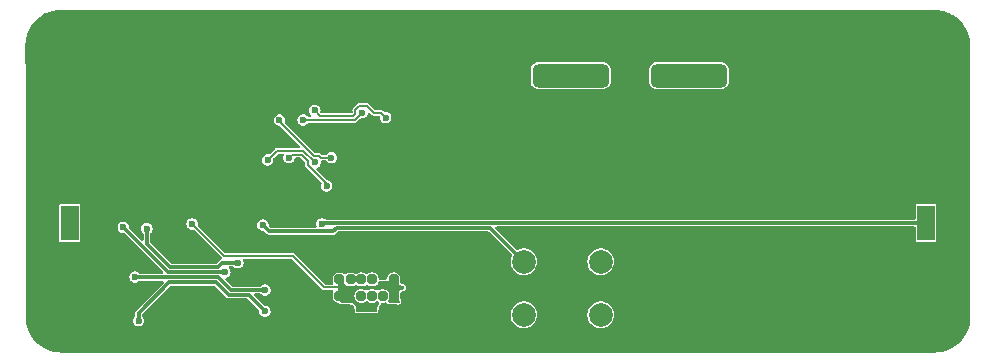
<source format=gbr>
%TF.GenerationSoftware,KiCad,Pcbnew,7.0.6-0*%
%TF.CreationDate,2024-02-21T20:03:51+01:00*%
%TF.ProjectId,smoke_extractorV1_1,736d6f6b-655f-4657-9874-726163746f72,rev?*%
%TF.SameCoordinates,Original*%
%TF.FileFunction,Copper,L2,Bot*%
%TF.FilePolarity,Positive*%
%FSLAX46Y46*%
G04 Gerber Fmt 4.6, Leading zero omitted, Abs format (unit mm)*
G04 Created by KiCad (PCBNEW 7.0.6-0) date 2024-02-21 20:03:51*
%MOMM*%
%LPD*%
G01*
G04 APERTURE LIST*
G04 Aperture macros list*
%AMRoundRect*
0 Rectangle with rounded corners*
0 $1 Rounding radius*
0 $2 $3 $4 $5 $6 $7 $8 $9 X,Y pos of 4 corners*
0 Add a 4 corners polygon primitive as box body*
4,1,4,$2,$3,$4,$5,$6,$7,$8,$9,$2,$3,0*
0 Add four circle primitives for the rounded corners*
1,1,$1+$1,$2,$3*
1,1,$1+$1,$4,$5*
1,1,$1+$1,$6,$7*
1,1,$1+$1,$8,$9*
0 Add four rect primitives between the rounded corners*
20,1,$1+$1,$2,$3,$4,$5,0*
20,1,$1+$1,$4,$5,$6,$7,0*
20,1,$1+$1,$6,$7,$8,$9,0*
20,1,$1+$1,$8,$9,$2,$3,0*%
G04 Aperture macros list end*
%TA.AperFunction,ComponentPad*%
%ADD10RoundRect,0.200000X-0.200000X-0.200000X0.200000X-0.200000X0.200000X0.200000X-0.200000X0.200000X0*%
%TD*%
%TA.AperFunction,ComponentPad*%
%ADD11RoundRect,0.250000X-0.700000X-0.250000X0.700000X-0.250000X0.700000X0.250000X-0.700000X0.250000X0*%
%TD*%
%TA.AperFunction,ComponentPad*%
%ADD12C,5.700000*%
%TD*%
%TA.AperFunction,ComponentPad*%
%ADD13RoundRect,0.500000X-2.750000X-0.500000X2.750000X-0.500000X2.750000X0.500000X-2.750000X0.500000X0*%
%TD*%
%TA.AperFunction,ComponentPad*%
%ADD14C,2.000000*%
%TD*%
%TA.AperFunction,ComponentPad*%
%ADD15R,1.500000X3.000000*%
%TD*%
%TA.AperFunction,ViaPad*%
%ADD16C,0.600000*%
%TD*%
%TA.AperFunction,Conductor*%
%ADD17C,0.200000*%
%TD*%
%TA.AperFunction,Conductor*%
%ADD18C,0.300000*%
%TD*%
G04 APERTURE END LIST*
D10*
%TO.P,U1,1,GND*%
%TO.N,VBAT-PROTECT*%
X89529275Y-88700000D03*
X89529275Y-90100000D03*
D11*
X90779275Y-87450000D03*
X90779275Y-91350000D03*
X94779275Y-87450000D03*
X94779275Y-91350000D03*
D10*
X96029275Y-88700000D03*
X96029275Y-90100000D03*
%TO.P,U1,2,VCC*%
%TO.N,VBUS*%
X90479275Y-88700000D03*
X90479275Y-90100000D03*
X95079275Y-88700000D03*
X95079275Y-90100000D03*
%TO.P,U1,3,CC1*%
%TO.N,Net-(U1-CC1)*%
X91429275Y-88700000D03*
%TO.P,U1,4,CC2*%
%TO.N,Net-(U1-CC2)*%
X94129275Y-90100000D03*
%TO.P,U1,5,D+*%
%TO.N,unconnected-(U1-D+-Pad5)*%
X92329275Y-88700000D03*
X93229275Y-90100000D03*
%TO.P,U1,6,D-*%
%TO.N,unconnected-(U1-D--Pad6)*%
X92329275Y-90100000D03*
X93229275Y-88700000D03*
%TD*%
D12*
%TO.P,H2,1,1*%
%TO.N,VBAT-PROTECT*%
X67400000Y-69400000D03*
%TD*%
%TO.P,H1,1,1*%
%TO.N,VBAT-PROTECT*%
X140400000Y-69400000D03*
%TD*%
D13*
%TO.P,U2,1,IN*%
%TO.N,VSPLY*%
X110072322Y-71455000D03*
%TO.P,U2,2,OUT*%
%TO.N,V_SWITCH*%
X120072322Y-71455000D03*
%TD*%
D14*
%TO.P,SW1,1,1*%
%TO.N,Net-(D2-A)*%
X112600000Y-91700000D03*
X106100000Y-91700000D03*
%TO.P,SW1,2,2*%
%TO.N,VBAT+PROTECT*%
X112600000Y-87200000D03*
X106100000Y-87200000D03*
%TD*%
D15*
%TO.P,U6,1,V+*%
%TO.N,Net-(U6-V+)*%
X140148053Y-83926017D03*
%TO.P,U6,2,V-*%
%TO.N,Net-(IC1-GND)*%
X67648053Y-83926017D03*
%TD*%
D16*
%TO.N,VBUS*%
X78000000Y-84000000D03*
%TO.N,VBAT-PROTECT*%
X81325000Y-74250000D03*
X81325000Y-78500000D03*
X79675000Y-84100000D03*
X81325000Y-75100000D03*
X86400000Y-75000000D03*
X81325000Y-76800000D03*
X81325000Y-75950000D03*
X81325000Y-77650000D03*
X90800000Y-79400000D03*
%TO.N,Net-(U6-V+)*%
X89000000Y-84000000D03*
%TO.N,Net-(IC1-VCC)*%
X84175000Y-89600000D03*
X73175000Y-88500000D03*
%TO.N,Net-(IC1-GND)*%
X84175000Y-91400000D03*
X73475000Y-92200000D03*
%TO.N,Net-(D2-A)*%
X87400000Y-75200000D03*
X92400000Y-74600000D03*
%TO.N,VBAT+PROTECT*%
X84000000Y-84100000D03*
%TO.N,Net-(U3-POS_1)*%
X86200000Y-78400000D03*
X89400000Y-80800000D03*
%TO.N,Net-(U3-NEG3)*%
X89800000Y-78400000D03*
X85400000Y-75200000D03*
%TO.N,Net-(U3-POS_3)*%
X84400000Y-78600000D03*
X88400000Y-78800000D03*
%TO.N,Net-(U3-OUT1)*%
X94400000Y-75000000D03*
X88400000Y-74400000D03*
%TO.N,Net-(U5-~{CHRG})*%
X80775000Y-88100000D03*
X72175000Y-84300000D03*
%TO.N,Net-(U5-~{STDBY})*%
X74175000Y-84400000D03*
X81875000Y-87300000D03*
%TD*%
D17*
%TO.N,VBUS*%
X80720000Y-86720000D02*
X86541163Y-86720000D01*
X90479275Y-89320725D02*
X90479275Y-88700000D01*
X89201163Y-89380000D02*
X90420000Y-89380000D01*
X90479275Y-88700000D02*
X90479275Y-90100000D01*
X78000000Y-84000000D02*
X80720000Y-86720000D01*
X90420000Y-89380000D02*
X90479275Y-89320725D01*
X86541163Y-86720000D02*
X89201163Y-89380000D01*
D18*
%TO.N,Net-(U6-V+)*%
X89026017Y-83973983D02*
X89000000Y-84000000D01*
X89026017Y-83926017D02*
X140148053Y-83926017D01*
X89026017Y-83926017D02*
X89026017Y-83973983D01*
%TO.N,Net-(IC1-VCC)*%
X73205000Y-88530000D02*
X80205000Y-88530000D01*
X73175000Y-88500000D02*
X73205000Y-88530000D01*
X81275000Y-89600000D02*
X84175000Y-89600000D01*
X80205000Y-88530000D02*
X81275000Y-89600000D01*
%TO.N,Net-(IC1-GND)*%
X73475000Y-92200000D02*
X73475000Y-91550000D01*
X76065000Y-88960000D02*
X80026888Y-88960000D01*
X73475000Y-91550000D02*
X76065000Y-88960000D01*
X80026888Y-88960000D02*
X81096888Y-90030000D01*
X82805000Y-90030000D02*
X84175000Y-91400000D01*
X81096888Y-90030000D02*
X82805000Y-90030000D01*
D17*
%TO.N,Net-(D2-A)*%
X91800000Y-75200000D02*
X87400000Y-75200000D01*
X92400000Y-74600000D02*
X91800000Y-75200000D01*
D18*
%TO.N,VBAT+PROTECT*%
X84530000Y-84630000D02*
X89970000Y-84630000D01*
X103256017Y-84356017D02*
X106100000Y-87200000D01*
X84000000Y-84100000D02*
X84530000Y-84630000D01*
X89970000Y-84630000D02*
X90243983Y-84356017D01*
X90243983Y-84356017D02*
X103256017Y-84356017D01*
D17*
%TO.N,Net-(U3-POS_1)*%
X87820000Y-78686690D02*
X87820000Y-79040244D01*
X87820000Y-79040244D02*
X89400000Y-80620244D01*
X89400000Y-80620244D02*
X89400000Y-80800000D01*
X86450000Y-78150000D02*
X87283310Y-78150000D01*
X86200000Y-78400000D02*
X86450000Y-78150000D01*
X87283310Y-78150000D02*
X87820000Y-78686690D01*
%TO.N,Net-(U3-NEG3)*%
X88900000Y-78400000D02*
X88720000Y-78220000D01*
X85400000Y-75333310D02*
X85400000Y-75200000D01*
X88720000Y-78220000D02*
X88286690Y-78220000D01*
X88286690Y-78220000D02*
X85400000Y-75333310D01*
X89800000Y-78400000D02*
X88900000Y-78400000D01*
%TO.N,Net-(U3-POS_3)*%
X84400000Y-78600000D02*
X85180000Y-77820000D01*
X85180000Y-77820000D02*
X87420000Y-77820000D01*
X87420000Y-77820000D02*
X88400000Y-78800000D01*
%TO.N,Net-(U3-OUT1)*%
X91663310Y-74870000D02*
X91820000Y-74713310D01*
X93400000Y-74600000D02*
X94000000Y-74600000D01*
X91820000Y-74713310D02*
X91820000Y-74359756D01*
X92159756Y-74020000D02*
X92820000Y-74020000D01*
X92820000Y-74020000D02*
X93400000Y-74600000D01*
X91820000Y-74359756D02*
X92159756Y-74020000D01*
X88870000Y-74870000D02*
X91663310Y-74870000D01*
X94000000Y-74600000D02*
X94400000Y-75000000D01*
X88400000Y-74400000D02*
X88870000Y-74870000D01*
D18*
%TO.N,Net-(U5-~{CHRG})*%
X75975000Y-88100000D02*
X80775000Y-88100000D01*
X72175000Y-84300000D02*
X75975000Y-88100000D01*
%TO.N,Net-(U5-~{STDBY})*%
X80175000Y-87670000D02*
X80545000Y-87300000D01*
X74175000Y-85691888D02*
X76153112Y-87670000D01*
X76153112Y-87670000D02*
X80175000Y-87670000D01*
X74175000Y-84400000D02*
X74175000Y-85691888D01*
X80545000Y-87300000D02*
X81875000Y-87300000D01*
%TD*%
%TA.AperFunction,Conductor*%
%TO.N,VBAT-PROTECT*%
G36*
X140847335Y-65900480D02*
G01*
X140847402Y-65900500D01*
X140898357Y-65900500D01*
X140901639Y-65900586D01*
X140944783Y-65902836D01*
X141031509Y-65907360D01*
X141215738Y-65917672D01*
X141221981Y-65918337D01*
X141371891Y-65941970D01*
X141535511Y-65969643D01*
X141541185Y-65970876D01*
X141692237Y-66011158D01*
X141847781Y-66055755D01*
X141852840Y-66057443D01*
X142000765Y-66113944D01*
X142148903Y-66174996D01*
X142153360Y-66177040D01*
X142295614Y-66249139D01*
X142356094Y-66282384D01*
X142435413Y-66325986D01*
X142439241Y-66328269D01*
X142573830Y-66415172D01*
X142684249Y-66493054D01*
X142703991Y-66506979D01*
X142707174Y-66509378D01*
X142831218Y-66609193D01*
X142833511Y-66611132D01*
X142951507Y-66715879D01*
X142954071Y-66718287D01*
X142987864Y-66751839D01*
X143067113Y-66830524D01*
X143069495Y-66833025D01*
X143175099Y-66950290D01*
X143177052Y-66952565D01*
X143248715Y-67040334D01*
X143277754Y-67075899D01*
X143280177Y-67079065D01*
X143372910Y-67208566D01*
X143460775Y-67342538D01*
X143463086Y-67346348D01*
X143540925Y-67485587D01*
X143614041Y-67627331D01*
X143616126Y-67631794D01*
X143678224Y-67779471D01*
X143735771Y-67926963D01*
X143737515Y-67932070D01*
X143783215Y-68087273D01*
X143824560Y-68237982D01*
X143825847Y-68243704D01*
X143854695Y-68407169D01*
X143879379Y-68556789D01*
X143880095Y-68563082D01*
X143891952Y-68751086D01*
X143899389Y-68876427D01*
X143899500Y-68880160D01*
X143899500Y-91898356D01*
X143899414Y-91901638D01*
X143892642Y-92031456D01*
X143882328Y-92215715D01*
X143881658Y-92222009D01*
X143858039Y-92371822D01*
X143830361Y-92535483D01*
X143829115Y-92541214D01*
X143788846Y-92692219D01*
X143744254Y-92847744D01*
X143742547Y-92852862D01*
X143686060Y-93000753D01*
X143625009Y-93148888D01*
X143622956Y-93153365D01*
X143550864Y-93295607D01*
X143474012Y-93435413D01*
X143471729Y-93439240D01*
X143384830Y-93573826D01*
X143293019Y-93703991D01*
X143290619Y-93707175D01*
X143190835Y-93831182D01*
X143188866Y-93833511D01*
X143084119Y-93951507D01*
X143081711Y-93954071D01*
X142969490Y-94067098D01*
X142966942Y-94069525D01*
X142849721Y-94175088D01*
X142847407Y-94177074D01*
X142724099Y-94277754D01*
X142720933Y-94280176D01*
X142591433Y-94372910D01*
X142457460Y-94460776D01*
X142453650Y-94463086D01*
X142314412Y-94540925D01*
X142172667Y-94614041D01*
X142168204Y-94616126D01*
X142020528Y-94678224D01*
X141873035Y-94735771D01*
X141867929Y-94737515D01*
X141712726Y-94783215D01*
X141562016Y-94824560D01*
X141556294Y-94825847D01*
X141392830Y-94854695D01*
X141243208Y-94879379D01*
X141236915Y-94880095D01*
X141048922Y-94891952D01*
X140923574Y-94899388D01*
X140919841Y-94899499D01*
X66911644Y-94898180D01*
X66908362Y-94898094D01*
X66776539Y-94891217D01*
X66594468Y-94881037D01*
X66588171Y-94880366D01*
X66436479Y-94856452D01*
X66274712Y-94829093D01*
X66268982Y-94827847D01*
X66116776Y-94787258D01*
X65962459Y-94743011D01*
X65957342Y-94741304D01*
X65808523Y-94684462D01*
X65661353Y-94623809D01*
X65656875Y-94621755D01*
X65513850Y-94549266D01*
X65374834Y-94472849D01*
X65371007Y-94470566D01*
X65235774Y-94383247D01*
X65106259Y-94291896D01*
X65103075Y-94289496D01*
X64978491Y-94189246D01*
X64976162Y-94187277D01*
X64858754Y-94083051D01*
X64856189Y-94080643D01*
X64742664Y-93967925D01*
X64740237Y-93965377D01*
X64635167Y-93848704D01*
X64633182Y-93846389D01*
X64532052Y-93722531D01*
X64529629Y-93719364D01*
X64437362Y-93590513D01*
X64408459Y-93546443D01*
X64349076Y-93455900D01*
X64346772Y-93452100D01*
X64269350Y-93313604D01*
X64195854Y-93171121D01*
X64193768Y-93166658D01*
X64132062Y-93019908D01*
X64110115Y-92963660D01*
X64074142Y-92871458D01*
X64072423Y-92866424D01*
X64027078Y-92712425D01*
X63985393Y-92560471D01*
X63984109Y-92554757D01*
X63968248Y-92464876D01*
X63955616Y-92393298D01*
X63930603Y-92241678D01*
X63929890Y-92235413D01*
X63918371Y-92052759D01*
X63910609Y-91921910D01*
X63910498Y-91918208D01*
X63910489Y-91899500D01*
X63907365Y-85438870D01*
X66767553Y-85438870D01*
X66775124Y-85476937D01*
X66803966Y-85520102D01*
X66803967Y-85520103D01*
X66847134Y-85548946D01*
X66885198Y-85556517D01*
X68410907Y-85556516D01*
X68448972Y-85548946D01*
X68492139Y-85520103D01*
X68520982Y-85476936D01*
X68528553Y-85438872D01*
X68528553Y-84300003D01*
X71689559Y-84300003D01*
X71709221Y-84436758D01*
X71709223Y-84436765D01*
X71766621Y-84562449D01*
X71857104Y-84666872D01*
X71973341Y-84741573D01*
X72105915Y-84780500D01*
X72206623Y-84780500D01*
X72274744Y-84800502D01*
X72295718Y-84817405D01*
X75512718Y-88034405D01*
X75546744Y-88096717D01*
X75541679Y-88167532D01*
X75499132Y-88224368D01*
X75432612Y-88249179D01*
X75423623Y-88249500D01*
X73651275Y-88249500D01*
X73583154Y-88229498D01*
X73556050Y-88206012D01*
X73529903Y-88175837D01*
X73492896Y-88133128D01*
X73492895Y-88133127D01*
X73434777Y-88095777D01*
X73376659Y-88058427D01*
X73244085Y-88019500D01*
X73105915Y-88019500D01*
X72973343Y-88058426D01*
X72973339Y-88058428D01*
X72857104Y-88133127D01*
X72766621Y-88237550D01*
X72709223Y-88363234D01*
X72709221Y-88363241D01*
X72689559Y-88499996D01*
X72689559Y-88500003D01*
X72709221Y-88636758D01*
X72709223Y-88636765D01*
X72766621Y-88762449D01*
X72857104Y-88866872D01*
X72973341Y-88941573D01*
X73105915Y-88980500D01*
X73244085Y-88980500D01*
X73376659Y-88941573D01*
X73492896Y-88866872D01*
X73504061Y-88853986D01*
X73563787Y-88815604D01*
X73599285Y-88810500D01*
X75513623Y-88810500D01*
X75581744Y-88830502D01*
X75628237Y-88884158D01*
X75638341Y-88954432D01*
X75608847Y-89019012D01*
X75602719Y-89025593D01*
X74441704Y-90186608D01*
X73318390Y-91309922D01*
X73311805Y-91315653D01*
X73303033Y-91322277D01*
X73273054Y-91355161D01*
X73271050Y-91357261D01*
X73258274Y-91370039D01*
X73258267Y-91370046D01*
X73257048Y-91371826D01*
X73251641Y-91378649D01*
X73232386Y-91399773D01*
X73232380Y-91399782D01*
X73230472Y-91404707D01*
X73216940Y-91430378D01*
X73213957Y-91434732D01*
X73213954Y-91434740D01*
X73207409Y-91462567D01*
X73204826Y-91470907D01*
X73194500Y-91497564D01*
X73194500Y-91502837D01*
X73191154Y-91531678D01*
X73189960Y-91536758D01*
X73189945Y-91536822D01*
X73193895Y-91565140D01*
X73194500Y-91573854D01*
X73194500Y-91743181D01*
X73174498Y-91811302D01*
X73162143Y-91825571D01*
X73163005Y-91826318D01*
X73066621Y-91937550D01*
X73009223Y-92063234D01*
X73009221Y-92063241D01*
X72989559Y-92199996D01*
X72989559Y-92200003D01*
X73009221Y-92336758D01*
X73009223Y-92336765D01*
X73066621Y-92462449D01*
X73157104Y-92566872D01*
X73273341Y-92641573D01*
X73405915Y-92680500D01*
X73544085Y-92680500D01*
X73676659Y-92641573D01*
X73792896Y-92566872D01*
X73883379Y-92462449D01*
X73940777Y-92336765D01*
X73946396Y-92297682D01*
X73960441Y-92200003D01*
X73960441Y-92199996D01*
X73940778Y-92063241D01*
X73940777Y-92063240D01*
X73940777Y-92063235D01*
X73883379Y-91937551D01*
X73792896Y-91833128D01*
X73792895Y-91833127D01*
X73786995Y-91826318D01*
X73789697Y-91823976D01*
X73760576Y-91778585D01*
X73755500Y-91743181D01*
X73755500Y-91718376D01*
X73775502Y-91650255D01*
X73792405Y-91629281D01*
X76144282Y-89277405D01*
X76206594Y-89243379D01*
X76233377Y-89240500D01*
X79858511Y-89240500D01*
X79926632Y-89260502D01*
X79947606Y-89277405D01*
X80856816Y-90186615D01*
X80862543Y-90193196D01*
X80869165Y-90201965D01*
X80902059Y-90231952D01*
X80904143Y-90233942D01*
X80916925Y-90246724D01*
X80918689Y-90247932D01*
X80925542Y-90253359D01*
X80946666Y-90272617D01*
X80951584Y-90274522D01*
X80977273Y-90288063D01*
X80981626Y-90291045D01*
X81009468Y-90297592D01*
X81017786Y-90300168D01*
X81044453Y-90310500D01*
X81049725Y-90310500D01*
X81078573Y-90313847D01*
X81083709Y-90315055D01*
X81102093Y-90312490D01*
X81112028Y-90311105D01*
X81120742Y-90310500D01*
X82636623Y-90310500D01*
X82704744Y-90330502D01*
X82725718Y-90347405D01*
X83656117Y-91277804D01*
X83690143Y-91340116D01*
X83691740Y-91384828D01*
X83689559Y-91399999D01*
X83689559Y-91400003D01*
X83709221Y-91536758D01*
X83709223Y-91536765D01*
X83766621Y-91662449D01*
X83857104Y-91766872D01*
X83973341Y-91841573D01*
X84105915Y-91880500D01*
X84244085Y-91880500D01*
X84376659Y-91841573D01*
X84492896Y-91766872D01*
X84550841Y-91700000D01*
X104964657Y-91700000D01*
X104983988Y-91908620D01*
X105041322Y-92110128D01*
X105041324Y-92110133D01*
X105134712Y-92297682D01*
X105260970Y-92464875D01*
X105260971Y-92464876D01*
X105415797Y-92606018D01*
X105415811Y-92606029D01*
X105593922Y-92716310D01*
X105593925Y-92716311D01*
X105593934Y-92716317D01*
X105679054Y-92749292D01*
X105789292Y-92792000D01*
X105789295Y-92792000D01*
X105789299Y-92792002D01*
X105995244Y-92830500D01*
X105995247Y-92830500D01*
X106204753Y-92830500D01*
X106204756Y-92830500D01*
X106410701Y-92792002D01*
X106410705Y-92792000D01*
X106410707Y-92792000D01*
X106460948Y-92772535D01*
X106606066Y-92716317D01*
X106726785Y-92641571D01*
X106784188Y-92606029D01*
X106784190Y-92606026D01*
X106784197Y-92606023D01*
X106939029Y-92464876D01*
X107065288Y-92297681D01*
X107158676Y-92110133D01*
X107216012Y-91908619D01*
X107235343Y-91700000D01*
X111464657Y-91700000D01*
X111471939Y-91778585D01*
X111483988Y-91908620D01*
X111541322Y-92110128D01*
X111541324Y-92110133D01*
X111634712Y-92297682D01*
X111760970Y-92464875D01*
X111760971Y-92464876D01*
X111915797Y-92606018D01*
X111915811Y-92606029D01*
X112093922Y-92716310D01*
X112093925Y-92716311D01*
X112093934Y-92716317D01*
X112179054Y-92749292D01*
X112289292Y-92792000D01*
X112289295Y-92792000D01*
X112289299Y-92792002D01*
X112495244Y-92830500D01*
X112495247Y-92830500D01*
X112704753Y-92830500D01*
X112704756Y-92830500D01*
X112910701Y-92792002D01*
X112910705Y-92792000D01*
X112910707Y-92792000D01*
X112960948Y-92772535D01*
X113106066Y-92716317D01*
X113226785Y-92641571D01*
X113284188Y-92606029D01*
X113284190Y-92606026D01*
X113284197Y-92606023D01*
X113439029Y-92464876D01*
X113565288Y-92297681D01*
X113658676Y-92110133D01*
X113716012Y-91908619D01*
X113735343Y-91700000D01*
X113716012Y-91491381D01*
X113658676Y-91289867D01*
X113565288Y-91102319D01*
X113565287Y-91102318D01*
X113565287Y-91102317D01*
X113439029Y-90935124D01*
X113439028Y-90935123D01*
X113284202Y-90793981D01*
X113284188Y-90793970D01*
X113106077Y-90683689D01*
X113106070Y-90683685D01*
X113106066Y-90683683D01*
X113106061Y-90683681D01*
X112910707Y-90607999D01*
X112866605Y-90599755D01*
X112704756Y-90569500D01*
X112495244Y-90569500D01*
X112362387Y-90594335D01*
X112289292Y-90607999D01*
X112093938Y-90683681D01*
X112093922Y-90683689D01*
X111915811Y-90793970D01*
X111915797Y-90793981D01*
X111760971Y-90935123D01*
X111760970Y-90935124D01*
X111634712Y-91102317D01*
X111541324Y-91289866D01*
X111541322Y-91289871D01*
X111483988Y-91491379D01*
X111467790Y-91666186D01*
X111464657Y-91700000D01*
X107235343Y-91700000D01*
X107216012Y-91491381D01*
X107158676Y-91289867D01*
X107065288Y-91102319D01*
X107065287Y-91102318D01*
X107065287Y-91102317D01*
X106939029Y-90935124D01*
X106939028Y-90935123D01*
X106784202Y-90793981D01*
X106784188Y-90793970D01*
X106606077Y-90683689D01*
X106606070Y-90683685D01*
X106606066Y-90683683D01*
X106606061Y-90683681D01*
X106410707Y-90607999D01*
X106366605Y-90599755D01*
X106204756Y-90569500D01*
X105995244Y-90569500D01*
X105862387Y-90594335D01*
X105789292Y-90607999D01*
X105593938Y-90683681D01*
X105593922Y-90683689D01*
X105415811Y-90793970D01*
X105415797Y-90793981D01*
X105260971Y-90935123D01*
X105260970Y-90935124D01*
X105134712Y-91102317D01*
X105041324Y-91289866D01*
X105041322Y-91289871D01*
X104983988Y-91491379D01*
X104964657Y-91700000D01*
X84550841Y-91700000D01*
X84583379Y-91662449D01*
X84640777Y-91536765D01*
X84644842Y-91508491D01*
X84660441Y-91400003D01*
X84660441Y-91399996D01*
X84640778Y-91263241D01*
X84640777Y-91263240D01*
X84640777Y-91263235D01*
X84583379Y-91137551D01*
X84492896Y-91033128D01*
X84492895Y-91033127D01*
X84401756Y-90974556D01*
X84376659Y-90958427D01*
X84297292Y-90935123D01*
X84244085Y-90919500D01*
X84143377Y-90919500D01*
X84075256Y-90899498D01*
X84054282Y-90882595D01*
X83267282Y-90095595D01*
X83233256Y-90033283D01*
X83238321Y-89962468D01*
X83280868Y-89905632D01*
X83347388Y-89880821D01*
X83356377Y-89880500D01*
X83724720Y-89880500D01*
X83792841Y-89900502D01*
X83819944Y-89923988D01*
X83857101Y-89966870D01*
X83857103Y-89966871D01*
X83857104Y-89966872D01*
X83973341Y-90041573D01*
X84105915Y-90080500D01*
X84244085Y-90080500D01*
X84376659Y-90041573D01*
X84492896Y-89966872D01*
X84583379Y-89862449D01*
X84640777Y-89736765D01*
X84647156Y-89692396D01*
X84660441Y-89600003D01*
X84660441Y-89599996D01*
X84640778Y-89463241D01*
X84640777Y-89463240D01*
X84640777Y-89463235D01*
X84583379Y-89337551D01*
X84492896Y-89233128D01*
X84492895Y-89233127D01*
X84409942Y-89179817D01*
X84376659Y-89158427D01*
X84368931Y-89156158D01*
X84244085Y-89119500D01*
X84105915Y-89119500D01*
X83973343Y-89158426D01*
X83973339Y-89158428D01*
X83857103Y-89233128D01*
X83857101Y-89233129D01*
X83819944Y-89276012D01*
X83760218Y-89314396D01*
X83724720Y-89319500D01*
X81443377Y-89319500D01*
X81375256Y-89299498D01*
X81354282Y-89282595D01*
X80845905Y-88774218D01*
X80811879Y-88711906D01*
X80816944Y-88641091D01*
X80859491Y-88584255D01*
X80899493Y-88564230D01*
X80976659Y-88541573D01*
X81092896Y-88466872D01*
X81183379Y-88362449D01*
X81240777Y-88236765D01*
X81249537Y-88175837D01*
X81260441Y-88100003D01*
X81260441Y-88099996D01*
X81240778Y-87963241D01*
X81240777Y-87963240D01*
X81240777Y-87963235D01*
X81183379Y-87837551D01*
X81169189Y-87821174D01*
X81141320Y-87789012D01*
X81111827Y-87724431D01*
X81121931Y-87654157D01*
X81168424Y-87600502D01*
X81236545Y-87580500D01*
X81424720Y-87580500D01*
X81492841Y-87600502D01*
X81519944Y-87623988D01*
X81557101Y-87666870D01*
X81557103Y-87666871D01*
X81557104Y-87666872D01*
X81673341Y-87741573D01*
X81805915Y-87780500D01*
X81944085Y-87780500D01*
X82076659Y-87741573D01*
X82192896Y-87666872D01*
X82283379Y-87562449D01*
X82340777Y-87436765D01*
X82360441Y-87300000D01*
X82360441Y-87299996D01*
X82340778Y-87163241D01*
X82340777Y-87163240D01*
X82340777Y-87163235D01*
X82325069Y-87128841D01*
X82314967Y-87058568D01*
X82344460Y-86993987D01*
X82404186Y-86955604D01*
X82439684Y-86950500D01*
X86393497Y-86950500D01*
X86461618Y-86970502D01*
X86482591Y-86987404D01*
X89032752Y-89537566D01*
X89035005Y-89539941D01*
X89062649Y-89570644D01*
X89062651Y-89570645D01*
X89081778Y-89579160D01*
X89099140Y-89588586D01*
X89116713Y-89599998D01*
X89118746Y-89600320D01*
X89150289Y-89609663D01*
X89152169Y-89610500D01*
X89173102Y-89610500D01*
X89192811Y-89612051D01*
X89196727Y-89612671D01*
X89213496Y-89615327D01*
X89215485Y-89614793D01*
X89248098Y-89610500D01*
X89851825Y-89610500D01*
X89919946Y-89630502D01*
X89966439Y-89684158D01*
X89976543Y-89754432D01*
X89966019Y-89789751D01*
X89955111Y-89813141D01*
X89950449Y-89848559D01*
X89941936Y-89880330D01*
X89913717Y-89948458D01*
X89893766Y-90099999D01*
X89893766Y-90100000D01*
X89913717Y-90251541D01*
X89941936Y-90319667D01*
X89950449Y-90351440D01*
X89955111Y-90386857D01*
X90004369Y-90492492D01*
X90086782Y-90574905D01*
X90086783Y-90574905D01*
X90086784Y-90574906D01*
X90192416Y-90624163D01*
X90227833Y-90628825D01*
X90259601Y-90637336D01*
X90327734Y-90665558D01*
X90381620Y-90672652D01*
X90446547Y-90701374D01*
X90460399Y-90715062D01*
X90471602Y-90727991D01*
X90477292Y-90736187D01*
X90508414Y-90756187D01*
X90544704Y-90779509D01*
X90612825Y-90799511D01*
X90650996Y-90804999D01*
X90650998Y-90805000D01*
X90651000Y-90805000D01*
X91258428Y-90805000D01*
X91266027Y-90805460D01*
X91310276Y-90810831D01*
X91345468Y-90815103D01*
X91374961Y-90822373D01*
X91394366Y-90829732D01*
X91416175Y-90838005D01*
X91416179Y-90838006D01*
X91439806Y-90844593D01*
X91484487Y-90852781D01*
X91498361Y-90854041D01*
X91501703Y-90854437D01*
X91529375Y-90858469D01*
X91566542Y-90869952D01*
X91604718Y-90888615D01*
X91638474Y-90912717D01*
X91666555Y-90940798D01*
X91690658Y-90974556D01*
X91709313Y-91012717D01*
X91720791Y-91049838D01*
X91721093Y-91051905D01*
X91719982Y-91059754D01*
X91726122Y-91087547D01*
X91726940Y-91092010D01*
X91727328Y-91094660D01*
X91729727Y-91111124D01*
X91730109Y-91111631D01*
X91735246Y-91128929D01*
X91736212Y-91133314D01*
X91737730Y-91137336D01*
X91739810Y-91144310D01*
X91740608Y-91147241D01*
X91770613Y-91268973D01*
X91774275Y-91299128D01*
X91774275Y-91324000D01*
X91774275Y-91324005D01*
X91774276Y-91324016D01*
X91777368Y-91352787D01*
X91777369Y-91352795D01*
X91788757Y-91405145D01*
X91818755Y-91465073D01*
X91856377Y-91508491D01*
X91862067Y-91516687D01*
X91885402Y-91531683D01*
X91929479Y-91560009D01*
X91997600Y-91580011D01*
X92035771Y-91585499D01*
X92035773Y-91585500D01*
X92035775Y-91585500D01*
X93522768Y-91585500D01*
X93522775Y-91585500D01*
X93534860Y-91584200D01*
X93551562Y-91582406D01*
X93551570Y-91582405D01*
X93551572Y-91582404D01*
X93551577Y-91582404D01*
X93603919Y-91571018D01*
X93663850Y-91541018D01*
X93707269Y-91503394D01*
X93715462Y-91497706D01*
X93717506Y-91494525D01*
X93717507Y-91494525D01*
X93758784Y-91430296D01*
X93778786Y-91362175D01*
X93784275Y-91324000D01*
X93784275Y-91299121D01*
X93787936Y-91268970D01*
X93790319Y-91259299D01*
X93817950Y-91147192D01*
X93818724Y-91144355D01*
X93820747Y-91137574D01*
X93821655Y-91136175D01*
X93823010Y-91130064D01*
X93823153Y-91129514D01*
X93823173Y-91129449D01*
X93823316Y-91128800D01*
X93827304Y-91121551D01*
X93830903Y-91096847D01*
X93830911Y-91096812D01*
X93831593Y-91092117D01*
X93832424Y-91087569D01*
X93836268Y-91070169D01*
X93836130Y-91069694D01*
X93837442Y-91051963D01*
X93837741Y-91049907D01*
X93849229Y-91012728D01*
X93867890Y-90974556D01*
X93891992Y-90940797D01*
X93932524Y-90900268D01*
X93934705Y-90897849D01*
X93937211Y-90895071D01*
X93937209Y-90895072D01*
X93955767Y-90872230D01*
X93980303Y-90825995D01*
X93997215Y-90770041D01*
X94036072Y-90710624D01*
X94100885Y-90681644D01*
X94117826Y-90680500D01*
X94167315Y-90680500D01*
X94167322Y-90680500D01*
X94280816Y-90665558D01*
X94348880Y-90637364D01*
X94419469Y-90629776D01*
X94482956Y-90661555D01*
X94496556Y-90677827D01*
X94502402Y-90684574D01*
X94502403Y-90684575D01*
X94528820Y-90715062D01*
X94540023Y-90727991D01*
X94545713Y-90736187D01*
X94576835Y-90756187D01*
X94613125Y-90779509D01*
X94681246Y-90799511D01*
X94719417Y-90804999D01*
X94719419Y-90805000D01*
X94719421Y-90805000D01*
X95258427Y-90805000D01*
X95266026Y-90805460D01*
X95352661Y-90815977D01*
X95360910Y-90817542D01*
X95393459Y-90825993D01*
X95393465Y-90825994D01*
X95393473Y-90825996D01*
X95447141Y-90833863D01*
X95447144Y-90833862D01*
X95447146Y-90833863D01*
X95514140Y-90826753D01*
X95514142Y-90826752D01*
X95514146Y-90826752D01*
X95580666Y-90801941D01*
X95641786Y-90756187D01*
X95684333Y-90699351D01*
X95711015Y-90627816D01*
X95716080Y-90557001D01*
X95716080Y-90556998D01*
X95699849Y-90482393D01*
X95696138Y-90475597D01*
X95694340Y-90472040D01*
X95654618Y-90386857D01*
X95644924Y-90366068D01*
X95634192Y-90329216D01*
X95634209Y-90329344D01*
X95633916Y-90327570D01*
X95641824Y-90258804D01*
X95644080Y-90253360D01*
X95644833Y-90251541D01*
X95664784Y-90100000D01*
X95644833Y-89948459D01*
X95641821Y-89941189D01*
X95633910Y-89872461D01*
X95634209Y-89870649D01*
X95634198Y-89870736D01*
X95644926Y-89833927D01*
X95657687Y-89806560D01*
X95682784Y-89770716D01*
X95699991Y-89753509D01*
X95735835Y-89728412D01*
X95763202Y-89715651D01*
X95800011Y-89704923D01*
X95799930Y-89704934D01*
X95799927Y-89704934D01*
X95802690Y-89704384D01*
X95808619Y-89703205D01*
X95848960Y-89692396D01*
X95857361Y-89689544D01*
X95857364Y-89689542D01*
X95857369Y-89689541D01*
X95857367Y-89689542D01*
X95918685Y-89664141D01*
X95921483Y-89663059D01*
X95924777Y-89661874D01*
X95924795Y-89661869D01*
X95947183Y-89653820D01*
X95990075Y-89628714D01*
X96033493Y-89591092D01*
X96041687Y-89585402D01*
X96043731Y-89582221D01*
X96043732Y-89582221D01*
X96085009Y-89517992D01*
X96105011Y-89449871D01*
X96110500Y-89411696D01*
X96110500Y-89385480D01*
X96110265Y-89379840D01*
X96108285Y-89356130D01*
X96095134Y-89308197D01*
X96082697Y-89282595D01*
X96064113Y-89244340D01*
X96064111Y-89244336D01*
X96012753Y-89187843D01*
X95999592Y-89179822D01*
X95999587Y-89179817D01*
X95962921Y-89157470D01*
X95958121Y-89152191D01*
X95955082Y-89150932D01*
X95937723Y-89142113D01*
X95933686Y-89139652D01*
X95927762Y-89139370D01*
X95920736Y-89136700D01*
X95888362Y-89123280D01*
X95888226Y-89123239D01*
X95857360Y-89110454D01*
X95857359Y-89110453D01*
X95857355Y-89110452D01*
X95853709Y-89109214D01*
X95848962Y-89107603D01*
X95848956Y-89107601D01*
X95848952Y-89107600D01*
X95831280Y-89102865D01*
X95808623Y-89096795D01*
X95808624Y-89096795D01*
X95799916Y-89095063D01*
X95799988Y-89095073D01*
X95763202Y-89084347D01*
X95735832Y-89071584D01*
X95699990Y-89046486D01*
X95682787Y-89029283D01*
X95657687Y-88993436D01*
X95643826Y-88963710D01*
X95634669Y-88936158D01*
X95634263Y-88934209D01*
X95639952Y-88863440D01*
X95641209Y-88860289D01*
X95644833Y-88851541D01*
X95664784Y-88700000D01*
X95644833Y-88548459D01*
X95616611Y-88480326D01*
X95608100Y-88448556D01*
X95603438Y-88413142D01*
X95554180Y-88307507D01*
X95471767Y-88225094D01*
X95366132Y-88175836D01*
X95330716Y-88171174D01*
X95298944Y-88162661D01*
X95230816Y-88134442D01*
X95117324Y-88119500D01*
X95117322Y-88119500D01*
X95041228Y-88119500D01*
X95041225Y-88119500D01*
X94927733Y-88134442D01*
X94859605Y-88162661D01*
X94827834Y-88171174D01*
X94792417Y-88175836D01*
X94686782Y-88225094D01*
X94604369Y-88307507D01*
X94555111Y-88413142D01*
X94550449Y-88448559D01*
X94541936Y-88480330D01*
X94513717Y-88548458D01*
X94506280Y-88604947D01*
X94477557Y-88669874D01*
X94418292Y-88708965D01*
X94381358Y-88714500D01*
X93927192Y-88714500D01*
X93859071Y-88694498D01*
X93812578Y-88640842D01*
X93802270Y-88604947D01*
X93794833Y-88548460D01*
X93794833Y-88548459D01*
X93766611Y-88480326D01*
X93758100Y-88448556D01*
X93753438Y-88413142D01*
X93704180Y-88307507D01*
X93621767Y-88225094D01*
X93516132Y-88175836D01*
X93480716Y-88171174D01*
X93448944Y-88162661D01*
X93380816Y-88134442D01*
X93267324Y-88119500D01*
X93267322Y-88119500D01*
X93191228Y-88119500D01*
X93191225Y-88119500D01*
X93077733Y-88134442D01*
X93009605Y-88162661D01*
X92977834Y-88171174D01*
X92942417Y-88175836D01*
X92832525Y-88227080D01*
X92762333Y-88237741D01*
X92726025Y-88227080D01*
X92616132Y-88175836D01*
X92580716Y-88171174D01*
X92548944Y-88162661D01*
X92480816Y-88134442D01*
X92367324Y-88119500D01*
X92367322Y-88119500D01*
X92291228Y-88119500D01*
X92291225Y-88119500D01*
X92177733Y-88134442D01*
X92109605Y-88162661D01*
X92077834Y-88171174D01*
X92042417Y-88175836D01*
X91932525Y-88227080D01*
X91862333Y-88237741D01*
X91826025Y-88227080D01*
X91716132Y-88175836D01*
X91680716Y-88171174D01*
X91648944Y-88162661D01*
X91580816Y-88134442D01*
X91467324Y-88119500D01*
X91467322Y-88119500D01*
X91391228Y-88119500D01*
X91391225Y-88119500D01*
X91277733Y-88134442D01*
X91209605Y-88162661D01*
X91177834Y-88171174D01*
X91142417Y-88175836D01*
X91036782Y-88225094D01*
X91027755Y-88231416D01*
X91025535Y-88228245D01*
X90981058Y-88252533D01*
X90910243Y-88247468D01*
X90882182Y-88229434D01*
X90880795Y-88231416D01*
X90871767Y-88225094D01*
X90766132Y-88175836D01*
X90730716Y-88171174D01*
X90698944Y-88162661D01*
X90630816Y-88134442D01*
X90517324Y-88119500D01*
X90517322Y-88119500D01*
X90441228Y-88119500D01*
X90441225Y-88119500D01*
X90327733Y-88134442D01*
X90259605Y-88162661D01*
X90227834Y-88171174D01*
X90192417Y-88175836D01*
X90086782Y-88225094D01*
X90004369Y-88307507D01*
X89955111Y-88413142D01*
X89950449Y-88448559D01*
X89941936Y-88480330D01*
X89913717Y-88548458D01*
X89901522Y-88641091D01*
X89893766Y-88700000D01*
X89913717Y-88851541D01*
X89927227Y-88884158D01*
X89941936Y-88919667D01*
X89950449Y-88951440D01*
X89955111Y-88986858D01*
X89955516Y-88988246D01*
X89955512Y-88989905D01*
X89956370Y-88996418D01*
X89955499Y-88996532D01*
X89955372Y-89059242D01*
X89916868Y-89118891D01*
X89852228Y-89148253D01*
X89834548Y-89149500D01*
X89348829Y-89149500D01*
X89280708Y-89129498D01*
X89259734Y-89112595D01*
X88110373Y-87963234D01*
X86709581Y-86562441D01*
X86707329Y-86560068D01*
X86679674Y-86529354D01*
X86679675Y-86529354D01*
X86660547Y-86520838D01*
X86643174Y-86511405D01*
X86625613Y-86500001D01*
X86623572Y-86499678D01*
X86592043Y-86490339D01*
X86590158Y-86489500D01*
X86590157Y-86489500D01*
X86569224Y-86489500D01*
X86549515Y-86487949D01*
X86532195Y-86485206D01*
X86528830Y-86484673D01*
X86528829Y-86484673D01*
X86526841Y-86485206D01*
X86494228Y-86489500D01*
X80867666Y-86489500D01*
X80799545Y-86469498D01*
X80778571Y-86452595D01*
X78509994Y-84184017D01*
X78475968Y-84121705D01*
X78475193Y-84100003D01*
X83514559Y-84100003D01*
X83534221Y-84236758D01*
X83534223Y-84236765D01*
X83591621Y-84362449D01*
X83682104Y-84466872D01*
X83798341Y-84541573D01*
X83930915Y-84580500D01*
X84031623Y-84580500D01*
X84099744Y-84600502D01*
X84120718Y-84617405D01*
X84289928Y-84786615D01*
X84295655Y-84793196D01*
X84302277Y-84801965D01*
X84335171Y-84831952D01*
X84337255Y-84833942D01*
X84350036Y-84846723D01*
X84351803Y-84847933D01*
X84358645Y-84853352D01*
X84379778Y-84872617D01*
X84384695Y-84874522D01*
X84410387Y-84888064D01*
X84414738Y-84891045D01*
X84442578Y-84897592D01*
X84450904Y-84900171D01*
X84477565Y-84910500D01*
X84482842Y-84910500D01*
X84511688Y-84913846D01*
X84516821Y-84915054D01*
X84539208Y-84911931D01*
X84545133Y-84911105D01*
X84553847Y-84910500D01*
X89910990Y-84910500D01*
X89919707Y-84911105D01*
X89930570Y-84912620D01*
X89930576Y-84912622D01*
X89967736Y-84910904D01*
X89975031Y-84910567D01*
X89977941Y-84910500D01*
X89995983Y-84910500D01*
X89995993Y-84910500D01*
X89998105Y-84910105D01*
X90006750Y-84909100D01*
X90035333Y-84907779D01*
X90040154Y-84905650D01*
X90067893Y-84897059D01*
X90073084Y-84896089D01*
X90097391Y-84881037D01*
X90105112Y-84876967D01*
X90131266Y-84865421D01*
X90134995Y-84861691D01*
X90157760Y-84843659D01*
X90162245Y-84840883D01*
X90179477Y-84818062D01*
X90185201Y-84811484D01*
X90323265Y-84673421D01*
X90385579Y-84639396D01*
X90412361Y-84636517D01*
X103087640Y-84636517D01*
X103155761Y-84656519D01*
X103176735Y-84673422D01*
X105060940Y-86557627D01*
X105094966Y-86619939D01*
X105089901Y-86690754D01*
X105084636Y-86702884D01*
X105041323Y-86789868D01*
X105041323Y-86789869D01*
X104983988Y-86991379D01*
X104964657Y-87200000D01*
X104983988Y-87408620D01*
X105041322Y-87610128D01*
X105041324Y-87610133D01*
X105134712Y-87797682D01*
X105260970Y-87964875D01*
X105260971Y-87964876D01*
X105415797Y-88106018D01*
X105415811Y-88106029D01*
X105593922Y-88216310D01*
X105593925Y-88216311D01*
X105593934Y-88216317D01*
X105649236Y-88237741D01*
X105789292Y-88292000D01*
X105789295Y-88292000D01*
X105789299Y-88292002D01*
X105995244Y-88330500D01*
X105995247Y-88330500D01*
X106204753Y-88330500D01*
X106204756Y-88330500D01*
X106410701Y-88292002D01*
X106410705Y-88292000D01*
X106410707Y-88292000D01*
X106460948Y-88272535D01*
X106606066Y-88216317D01*
X106660704Y-88182486D01*
X106784188Y-88106029D01*
X106784190Y-88106026D01*
X106784197Y-88106023D01*
X106939029Y-87964876D01*
X107065288Y-87797681D01*
X107158676Y-87610133D01*
X107216012Y-87408619D01*
X107235343Y-87200000D01*
X111464657Y-87200000D01*
X111483988Y-87408620D01*
X111541322Y-87610128D01*
X111541324Y-87610133D01*
X111634712Y-87797682D01*
X111760970Y-87964875D01*
X111760971Y-87964876D01*
X111915797Y-88106018D01*
X111915811Y-88106029D01*
X112093922Y-88216310D01*
X112093925Y-88216311D01*
X112093934Y-88216317D01*
X112149236Y-88237741D01*
X112289292Y-88292000D01*
X112289295Y-88292000D01*
X112289299Y-88292002D01*
X112495244Y-88330500D01*
X112495247Y-88330500D01*
X112704753Y-88330500D01*
X112704756Y-88330500D01*
X112910701Y-88292002D01*
X112910705Y-88292000D01*
X112910707Y-88292000D01*
X112960948Y-88272535D01*
X113106066Y-88216317D01*
X113160704Y-88182486D01*
X113284188Y-88106029D01*
X113284190Y-88106026D01*
X113284197Y-88106023D01*
X113439029Y-87964876D01*
X113565288Y-87797681D01*
X113658676Y-87610133D01*
X113716012Y-87408619D01*
X113735343Y-87200000D01*
X113716012Y-86991381D01*
X113658676Y-86789867D01*
X113565288Y-86602319D01*
X113565287Y-86602318D01*
X113565287Y-86602317D01*
X113439029Y-86435124D01*
X113439028Y-86435123D01*
X113284202Y-86293981D01*
X113284188Y-86293970D01*
X113106077Y-86183689D01*
X113106070Y-86183685D01*
X113106066Y-86183683D01*
X113106061Y-86183681D01*
X112910707Y-86107999D01*
X112874007Y-86101138D01*
X112704756Y-86069500D01*
X112495244Y-86069500D01*
X112362387Y-86094335D01*
X112289292Y-86107999D01*
X112093938Y-86183681D01*
X112093922Y-86183689D01*
X111915811Y-86293970D01*
X111915797Y-86293981D01*
X111760971Y-86435123D01*
X111760970Y-86435124D01*
X111634712Y-86602317D01*
X111541324Y-86789866D01*
X111541322Y-86789871D01*
X111483988Y-86991379D01*
X111464657Y-87200000D01*
X107235343Y-87200000D01*
X107216012Y-86991381D01*
X107158676Y-86789867D01*
X107065288Y-86602319D01*
X107065287Y-86602318D01*
X107065287Y-86602317D01*
X106939029Y-86435124D01*
X106939028Y-86435123D01*
X106784202Y-86293981D01*
X106784188Y-86293970D01*
X106606077Y-86183689D01*
X106606070Y-86183685D01*
X106606066Y-86183683D01*
X106606061Y-86183681D01*
X106410707Y-86107999D01*
X106374007Y-86101138D01*
X106204756Y-86069500D01*
X105995244Y-86069500D01*
X105789299Y-86107998D01*
X105789297Y-86107998D01*
X105789295Y-86107999D01*
X105588636Y-86185735D01*
X105517890Y-86191691D01*
X105455154Y-86158454D01*
X105454025Y-86157338D01*
X103718299Y-84421612D01*
X103684273Y-84359300D01*
X103689338Y-84288485D01*
X103731885Y-84231649D01*
X103798405Y-84206838D01*
X103807394Y-84206517D01*
X139141554Y-84206517D01*
X139209675Y-84226519D01*
X139256168Y-84280175D01*
X139267554Y-84332517D01*
X139267554Y-85438870D01*
X139275124Y-85476937D01*
X139303966Y-85520102D01*
X139303967Y-85520103D01*
X139347134Y-85548946D01*
X139385198Y-85556517D01*
X140910907Y-85556516D01*
X140948972Y-85548946D01*
X140992139Y-85520103D01*
X141020982Y-85476936D01*
X141028553Y-85438872D01*
X141028552Y-82413163D01*
X141020982Y-82375098D01*
X140992139Y-82331931D01*
X140948972Y-82303088D01*
X140929939Y-82299302D01*
X140910909Y-82295517D01*
X139385199Y-82295517D01*
X139347132Y-82303088D01*
X139303967Y-82331930D01*
X139275124Y-82375098D01*
X139267553Y-82413157D01*
X139267553Y-83519517D01*
X139247551Y-83587638D01*
X139193895Y-83634131D01*
X139141553Y-83645517D01*
X89374171Y-83645517D01*
X89306050Y-83625515D01*
X89247112Y-83587638D01*
X89201659Y-83558427D01*
X89069085Y-83519500D01*
X88930915Y-83519500D01*
X88798343Y-83558426D01*
X88798339Y-83558428D01*
X88682104Y-83633127D01*
X88591621Y-83737550D01*
X88534223Y-83863234D01*
X88534221Y-83863241D01*
X88514559Y-83999996D01*
X88514559Y-84000003D01*
X88534221Y-84136758D01*
X88534223Y-84136765D01*
X88546311Y-84163235D01*
X88549930Y-84171158D01*
X88560033Y-84241432D01*
X88530540Y-84306013D01*
X88470814Y-84344396D01*
X88435316Y-84349500D01*
X84698377Y-84349500D01*
X84630256Y-84329498D01*
X84609281Y-84312595D01*
X84518881Y-84222194D01*
X84484856Y-84159882D01*
X84483260Y-84115167D01*
X84485441Y-84100000D01*
X84485441Y-84099997D01*
X84485441Y-84099996D01*
X84465778Y-83963241D01*
X84465777Y-83963240D01*
X84465777Y-83963235D01*
X84408379Y-83837551D01*
X84317896Y-83733128D01*
X84317895Y-83733127D01*
X84259777Y-83695777D01*
X84201659Y-83658427D01*
X84157691Y-83645517D01*
X84069085Y-83619500D01*
X83930915Y-83619500D01*
X83798343Y-83658426D01*
X83798339Y-83658428D01*
X83682104Y-83733127D01*
X83591621Y-83837550D01*
X83534223Y-83963234D01*
X83534221Y-83963241D01*
X83514559Y-84099996D01*
X83514559Y-84100003D01*
X78475193Y-84100003D01*
X78474371Y-84076990D01*
X78485441Y-84000000D01*
X78485440Y-83999998D01*
X78485441Y-83999996D01*
X78465778Y-83863241D01*
X78465777Y-83863240D01*
X78465777Y-83863235D01*
X78408379Y-83737551D01*
X78317896Y-83633128D01*
X78317895Y-83633127D01*
X78247112Y-83587638D01*
X78201659Y-83558427D01*
X78069085Y-83519500D01*
X77930915Y-83519500D01*
X77798343Y-83558426D01*
X77798339Y-83558428D01*
X77682104Y-83633127D01*
X77591621Y-83737550D01*
X77534223Y-83863234D01*
X77534221Y-83863241D01*
X77514559Y-83999996D01*
X77514559Y-84000003D01*
X77534221Y-84136758D01*
X77534223Y-84136765D01*
X77591621Y-84262449D01*
X77682104Y-84366872D01*
X77798341Y-84441573D01*
X77930915Y-84480500D01*
X78069082Y-84480500D01*
X78069085Y-84480500D01*
X78069087Y-84480499D01*
X78078005Y-84479217D01*
X78078429Y-84482170D01*
X78134387Y-84482166D01*
X78187994Y-84513970D01*
X80497012Y-86822989D01*
X80531038Y-86885301D01*
X80525973Y-86956117D01*
X80483426Y-87012952D01*
X80451712Y-87026889D01*
X80452799Y-87029695D01*
X80441912Y-87033912D01*
X80417613Y-87048958D01*
X80409888Y-87053029D01*
X80383736Y-87064577D01*
X80383732Y-87064580D01*
X80379998Y-87068314D01*
X80357249Y-87086333D01*
X80352757Y-87089114D01*
X80352753Y-87089118D01*
X80335523Y-87111933D01*
X80329791Y-87118520D01*
X80095718Y-87352595D01*
X80033406Y-87386620D01*
X80006622Y-87389500D01*
X76321489Y-87389500D01*
X76253368Y-87369498D01*
X76232394Y-87352595D01*
X74492405Y-85612606D01*
X74458379Y-85550294D01*
X74455500Y-85523511D01*
X74455500Y-84856818D01*
X74475502Y-84788697D01*
X74487861Y-84774433D01*
X74486995Y-84773682D01*
X74492896Y-84766872D01*
X74583379Y-84662449D01*
X74640777Y-84536765D01*
X74641067Y-84534741D01*
X74660441Y-84400003D01*
X74660441Y-84399996D01*
X74640778Y-84263241D01*
X74640777Y-84263240D01*
X74640777Y-84263235D01*
X74583379Y-84137551D01*
X74492896Y-84033128D01*
X74492895Y-84033127D01*
X74434777Y-83995777D01*
X74376659Y-83958427D01*
X74244085Y-83919500D01*
X74105915Y-83919500D01*
X73973343Y-83958426D01*
X73973339Y-83958428D01*
X73857104Y-84033127D01*
X73766621Y-84137550D01*
X73709223Y-84263234D01*
X73709221Y-84263241D01*
X73689559Y-84399996D01*
X73689559Y-84400003D01*
X73709221Y-84536758D01*
X73709223Y-84536765D01*
X73766621Y-84662449D01*
X73863005Y-84773682D01*
X73860291Y-84776032D01*
X73889396Y-84821318D01*
X73894500Y-84856818D01*
X73894500Y-85318623D01*
X73874498Y-85386744D01*
X73820842Y-85433237D01*
X73750568Y-85443341D01*
X73685988Y-85413847D01*
X73679405Y-85407718D01*
X72693882Y-84422195D01*
X72659856Y-84359883D01*
X72658260Y-84315168D01*
X72660441Y-84300000D01*
X72660441Y-84299998D01*
X72660441Y-84299996D01*
X72640778Y-84163241D01*
X72640777Y-84163240D01*
X72640777Y-84163235D01*
X72583379Y-84037551D01*
X72492896Y-83933128D01*
X72492895Y-83933127D01*
X72434777Y-83895777D01*
X72376659Y-83858427D01*
X72305561Y-83837551D01*
X72244085Y-83819500D01*
X72105915Y-83819500D01*
X71973343Y-83858426D01*
X71973339Y-83858428D01*
X71857104Y-83933127D01*
X71766621Y-84037550D01*
X71709223Y-84163234D01*
X71709221Y-84163241D01*
X71689559Y-84299996D01*
X71689559Y-84300003D01*
X68528553Y-84300003D01*
X68528552Y-82413163D01*
X68520982Y-82375098D01*
X68492139Y-82331931D01*
X68448972Y-82303088D01*
X68429939Y-82299302D01*
X68410909Y-82295517D01*
X66885199Y-82295517D01*
X66847132Y-82303088D01*
X66803967Y-82331930D01*
X66775124Y-82375098D01*
X66767553Y-82413157D01*
X66767553Y-85438870D01*
X63907365Y-85438870D01*
X63904058Y-78600003D01*
X83914559Y-78600003D01*
X83934221Y-78736758D01*
X83934223Y-78736765D01*
X83991621Y-78862449D01*
X84082104Y-78966872D01*
X84198341Y-79041573D01*
X84330915Y-79080500D01*
X84469085Y-79080500D01*
X84601659Y-79041573D01*
X84717896Y-78966872D01*
X84808379Y-78862449D01*
X84865777Y-78736765D01*
X84885441Y-78600000D01*
X84885440Y-78599996D01*
X84874371Y-78523010D01*
X84884474Y-78452736D01*
X84909990Y-78415984D01*
X85238571Y-78087404D01*
X85300884Y-78053379D01*
X85327667Y-78050500D01*
X85635316Y-78050500D01*
X85703437Y-78070502D01*
X85749930Y-78124158D01*
X85760034Y-78194432D01*
X85749930Y-78228840D01*
X85744636Y-78240431D01*
X85734223Y-78263234D01*
X85734221Y-78263241D01*
X85714559Y-78399996D01*
X85714559Y-78400003D01*
X85734221Y-78536758D01*
X85734223Y-78536764D01*
X85734223Y-78536765D01*
X85791621Y-78662449D01*
X85882104Y-78766872D01*
X85998341Y-78841573D01*
X86130915Y-78880500D01*
X86269085Y-78880500D01*
X86401659Y-78841573D01*
X86517896Y-78766872D01*
X86608379Y-78662449D01*
X86665777Y-78536765D01*
X86672706Y-78488567D01*
X86702199Y-78423988D01*
X86761925Y-78385604D01*
X86797424Y-78380500D01*
X87135644Y-78380500D01*
X87203765Y-78400502D01*
X87224739Y-78417405D01*
X87552595Y-78745261D01*
X87586621Y-78807573D01*
X87589500Y-78834356D01*
X87589500Y-79032547D01*
X87589414Y-79035819D01*
X87588019Y-79062449D01*
X87587251Y-79077108D01*
X87594755Y-79096656D01*
X87600368Y-79115605D01*
X87603069Y-79128314D01*
X87604723Y-79136093D01*
X87605935Y-79137760D01*
X87621628Y-79166662D01*
X87622365Y-79168583D01*
X87622369Y-79168589D01*
X87637166Y-79183386D01*
X87650007Y-79198420D01*
X87662319Y-79215366D01*
X87664103Y-79216396D01*
X87690203Y-79236423D01*
X88929669Y-80475889D01*
X88963695Y-80538201D01*
X88958630Y-80609016D01*
X88955189Y-80617324D01*
X88934223Y-80663234D01*
X88934221Y-80663241D01*
X88914559Y-80799996D01*
X88914559Y-80800003D01*
X88934221Y-80936758D01*
X88934223Y-80936765D01*
X88991621Y-81062449D01*
X89082104Y-81166872D01*
X89198341Y-81241573D01*
X89330915Y-81280500D01*
X89469085Y-81280500D01*
X89601659Y-81241573D01*
X89717896Y-81166872D01*
X89808379Y-81062449D01*
X89865777Y-80936765D01*
X89885441Y-80800000D01*
X89885441Y-80799996D01*
X89865778Y-80663241D01*
X89865777Y-80663240D01*
X89865777Y-80663235D01*
X89808379Y-80537551D01*
X89717896Y-80433128D01*
X89717895Y-80433127D01*
X89659777Y-80395777D01*
X89601659Y-80358427D01*
X89601656Y-80358426D01*
X89469083Y-80319499D01*
X89460164Y-80318217D01*
X89460686Y-80314585D01*
X89409301Y-80299498D01*
X89388331Y-80282599D01*
X88555197Y-79449465D01*
X88521174Y-79387155D01*
X88526239Y-79316339D01*
X88568786Y-79259504D01*
X88594150Y-79246817D01*
X88593464Y-79245315D01*
X88601649Y-79241575D01*
X88601659Y-79241573D01*
X88717896Y-79166872D01*
X88808379Y-79062449D01*
X88865777Y-78936765D01*
X88879464Y-78841571D01*
X88885441Y-78800003D01*
X88885441Y-78799998D01*
X88881765Y-78774433D01*
X88891868Y-78704159D01*
X88938360Y-78650503D01*
X89006481Y-78630500D01*
X89306395Y-78630500D01*
X89374516Y-78650502D01*
X89401618Y-78673986D01*
X89482104Y-78766872D01*
X89598341Y-78841573D01*
X89730915Y-78880500D01*
X89869085Y-78880500D01*
X90001659Y-78841573D01*
X90117896Y-78766872D01*
X90208379Y-78662449D01*
X90265777Y-78536765D01*
X90282939Y-78417405D01*
X90285441Y-78400003D01*
X90285441Y-78399996D01*
X90265778Y-78263241D01*
X90265777Y-78263240D01*
X90265777Y-78263235D01*
X90208379Y-78137551D01*
X90117896Y-78033128D01*
X90117895Y-78033127D01*
X90051315Y-77990339D01*
X90001659Y-77958427D01*
X89869085Y-77919500D01*
X89730915Y-77919500D01*
X89598343Y-77958426D01*
X89598339Y-77958428D01*
X89482104Y-78033127D01*
X89427234Y-78096450D01*
X89406782Y-78120055D01*
X89401620Y-78126012D01*
X89341893Y-78164396D01*
X89306395Y-78169500D01*
X89047666Y-78169500D01*
X88979545Y-78149498D01*
X88958571Y-78132595D01*
X88944341Y-78118365D01*
X88888419Y-78062443D01*
X88886167Y-78060069D01*
X88858514Y-78029356D01*
X88858509Y-78029353D01*
X88839384Y-78020838D01*
X88822011Y-78011405D01*
X88804450Y-78000001D01*
X88802409Y-77999678D01*
X88770880Y-77990339D01*
X88768995Y-77989500D01*
X88768994Y-77989500D01*
X88748061Y-77989500D01*
X88728352Y-77987949D01*
X88711032Y-77985206D01*
X88707667Y-77984673D01*
X88707666Y-77984673D01*
X88705678Y-77985206D01*
X88673065Y-77989500D01*
X88434356Y-77989500D01*
X88366235Y-77969498D01*
X88345261Y-77952595D01*
X85884891Y-75492224D01*
X85850865Y-75429912D01*
X85855930Y-75359096D01*
X85859365Y-75350804D01*
X85865777Y-75336765D01*
X85885441Y-75200003D01*
X86914559Y-75200003D01*
X86934221Y-75336758D01*
X86934223Y-75336765D01*
X86991621Y-75462449D01*
X87082104Y-75566872D01*
X87198341Y-75641573D01*
X87330915Y-75680500D01*
X87469085Y-75680500D01*
X87601659Y-75641573D01*
X87717896Y-75566872D01*
X87798380Y-75473987D01*
X87858107Y-75435604D01*
X87893605Y-75430500D01*
X91792303Y-75430500D01*
X91795575Y-75430585D01*
X91836864Y-75432749D01*
X91856408Y-75425245D01*
X91875370Y-75419628D01*
X91895847Y-75415277D01*
X91897509Y-75414068D01*
X91926429Y-75398366D01*
X91928344Y-75397632D01*
X91943148Y-75382827D01*
X91958176Y-75369991D01*
X91975122Y-75357681D01*
X91976152Y-75355895D01*
X91996174Y-75329800D01*
X92212007Y-75113968D01*
X92274318Y-75079944D01*
X92321647Y-75081636D01*
X92321995Y-75079217D01*
X92330912Y-75080499D01*
X92330915Y-75080500D01*
X92330918Y-75080500D01*
X92469085Y-75080500D01*
X92601659Y-75041573D01*
X92717896Y-74966872D01*
X92808379Y-74862449D01*
X92865777Y-74736765D01*
X92873324Y-74684274D01*
X92902816Y-74619696D01*
X92962542Y-74581312D01*
X93033539Y-74581312D01*
X93087136Y-74613113D01*
X93231589Y-74757566D01*
X93233842Y-74759941D01*
X93261486Y-74790644D01*
X93261488Y-74790645D01*
X93280615Y-74799160D01*
X93297977Y-74808586D01*
X93315550Y-74819998D01*
X93317583Y-74820320D01*
X93349126Y-74829663D01*
X93351006Y-74830500D01*
X93371939Y-74830500D01*
X93391648Y-74832051D01*
X93412333Y-74835327D01*
X93413249Y-74835081D01*
X93414328Y-74834793D01*
X93446936Y-74830500D01*
X93793518Y-74830500D01*
X93861639Y-74850502D01*
X93908132Y-74904158D01*
X93918235Y-74974429D01*
X93918235Y-74974432D01*
X93918235Y-74974433D01*
X93914559Y-74999998D01*
X93914559Y-75000003D01*
X93934221Y-75136758D01*
X93934223Y-75136765D01*
X93991621Y-75262449D01*
X94082104Y-75366872D01*
X94198341Y-75441573D01*
X94330915Y-75480500D01*
X94469085Y-75480500D01*
X94601659Y-75441573D01*
X94717896Y-75366872D01*
X94808379Y-75262449D01*
X94865777Y-75136765D01*
X94869055Y-75113969D01*
X94885441Y-75000003D01*
X94885441Y-74999996D01*
X94865778Y-74863241D01*
X94865777Y-74863240D01*
X94865777Y-74863235D01*
X94808379Y-74737551D01*
X94717896Y-74633128D01*
X94717895Y-74633127D01*
X94641473Y-74584014D01*
X94601659Y-74558427D01*
X94535128Y-74538892D01*
X94469085Y-74519500D01*
X94330915Y-74519500D01*
X94330911Y-74519501D01*
X94321996Y-74520783D01*
X94321572Y-74517836D01*
X94265565Y-74517819D01*
X94212006Y-74486029D01*
X94202966Y-74476989D01*
X94168418Y-74442441D01*
X94166166Y-74440068D01*
X94138511Y-74409354D01*
X94138512Y-74409354D01*
X94119384Y-74400838D01*
X94102011Y-74391405D01*
X94084450Y-74380001D01*
X94082409Y-74379678D01*
X94050880Y-74370339D01*
X94048995Y-74369500D01*
X94048994Y-74369500D01*
X94028061Y-74369500D01*
X94008352Y-74367949D01*
X93991032Y-74365206D01*
X93987667Y-74364673D01*
X93987666Y-74364673D01*
X93985678Y-74365206D01*
X93953065Y-74369500D01*
X93547667Y-74369500D01*
X93479546Y-74349498D01*
X93458571Y-74332595D01*
X92988428Y-73862451D01*
X92986157Y-73860058D01*
X92958511Y-73829354D01*
X92958512Y-73829354D01*
X92939384Y-73820838D01*
X92922011Y-73811405D01*
X92904450Y-73800001D01*
X92902409Y-73799678D01*
X92870880Y-73790339D01*
X92868995Y-73789500D01*
X92868994Y-73789500D01*
X92848061Y-73789500D01*
X92828352Y-73787949D01*
X92811032Y-73785206D01*
X92807667Y-73784673D01*
X92807666Y-73784673D01*
X92805678Y-73785206D01*
X92773065Y-73789500D01*
X92167453Y-73789500D01*
X92164180Y-73789414D01*
X92122893Y-73787251D01*
X92122891Y-73787251D01*
X92103346Y-73794754D01*
X92084397Y-73800367D01*
X92063908Y-73804723D01*
X92063907Y-73804723D01*
X92062233Y-73805940D01*
X92033344Y-73821625D01*
X92031417Y-73822364D01*
X92031411Y-73822368D01*
X92016611Y-73837168D01*
X92001584Y-73850002D01*
X91984636Y-73862316D01*
X91984633Y-73862319D01*
X91983599Y-73864111D01*
X91963579Y-73890199D01*
X91662449Y-74191328D01*
X91660058Y-74193597D01*
X91629356Y-74221243D01*
X91629353Y-74221246D01*
X91620836Y-74240375D01*
X91611409Y-74257739D01*
X91600003Y-74275304D01*
X91600002Y-74275307D01*
X91599679Y-74277347D01*
X91590341Y-74308872D01*
X91589500Y-74310759D01*
X91589500Y-74331694D01*
X91587949Y-74351405D01*
X91584673Y-74372088D01*
X91585206Y-74374077D01*
X91589500Y-74406692D01*
X91589500Y-74513500D01*
X91569498Y-74581621D01*
X91515842Y-74628114D01*
X91463500Y-74639500D01*
X89017667Y-74639500D01*
X88949546Y-74619498D01*
X88928569Y-74602593D01*
X88909991Y-74584014D01*
X88875968Y-74521701D01*
X88874372Y-74476989D01*
X88885441Y-74400003D01*
X88885441Y-74399996D01*
X88865778Y-74263241D01*
X88865777Y-74263240D01*
X88865777Y-74263235D01*
X88808379Y-74137551D01*
X88717896Y-74033128D01*
X88717895Y-74033127D01*
X88659777Y-73995777D01*
X88601659Y-73958427D01*
X88469085Y-73919500D01*
X88330915Y-73919500D01*
X88198343Y-73958426D01*
X88198339Y-73958428D01*
X88082104Y-74033127D01*
X87991621Y-74137550D01*
X87934223Y-74263234D01*
X87934221Y-74263241D01*
X87914559Y-74399996D01*
X87914559Y-74400003D01*
X87934221Y-74536758D01*
X87934223Y-74536765D01*
X87991621Y-74662449D01*
X88076098Y-74759941D01*
X88077005Y-74760987D01*
X88106498Y-74825568D01*
X88096395Y-74895842D01*
X88049902Y-74949498D01*
X87981781Y-74969500D01*
X87893605Y-74969500D01*
X87825484Y-74949498D01*
X87798380Y-74926012D01*
X87779443Y-74904158D01*
X87717896Y-74833128D01*
X87717895Y-74833127D01*
X87651790Y-74790644D01*
X87601659Y-74758427D01*
X87530561Y-74737551D01*
X87469085Y-74719500D01*
X87330915Y-74719500D01*
X87198343Y-74758426D01*
X87198339Y-74758428D01*
X87082104Y-74833127D01*
X86991621Y-74937550D01*
X86934223Y-75063234D01*
X86934221Y-75063241D01*
X86914559Y-75199996D01*
X86914559Y-75200003D01*
X85885441Y-75200003D01*
X85885441Y-75200000D01*
X85885441Y-75199996D01*
X85865778Y-75063241D01*
X85865777Y-75063240D01*
X85865777Y-75063235D01*
X85808379Y-74937551D01*
X85717896Y-74833128D01*
X85717895Y-74833127D01*
X85651790Y-74790644D01*
X85601659Y-74758427D01*
X85530561Y-74737551D01*
X85469085Y-74719500D01*
X85330915Y-74719500D01*
X85198343Y-74758426D01*
X85198339Y-74758428D01*
X85082104Y-74833127D01*
X84991621Y-74937550D01*
X84934223Y-75063234D01*
X84934221Y-75063241D01*
X84914559Y-75199996D01*
X84914559Y-75200003D01*
X84934221Y-75336758D01*
X84934223Y-75336765D01*
X84991621Y-75462449D01*
X85082104Y-75566872D01*
X85198341Y-75641573D01*
X85330915Y-75680500D01*
X85369024Y-75680500D01*
X85437145Y-75700502D01*
X85458119Y-75717405D01*
X87115119Y-77374405D01*
X87149145Y-77436717D01*
X87144080Y-77507532D01*
X87101533Y-77564368D01*
X87035013Y-77589179D01*
X87026024Y-77589500D01*
X85187697Y-77589500D01*
X85184424Y-77589414D01*
X85143137Y-77587251D01*
X85143135Y-77587251D01*
X85123590Y-77594754D01*
X85104641Y-77600367D01*
X85084152Y-77604723D01*
X85084151Y-77604723D01*
X85082477Y-77605940D01*
X85053588Y-77621625D01*
X85051661Y-77622364D01*
X85051655Y-77622368D01*
X85036855Y-77637168D01*
X85021828Y-77650002D01*
X85004880Y-77662316D01*
X85004877Y-77662319D01*
X85003843Y-77664111D01*
X84983823Y-77690199D01*
X84587991Y-78086030D01*
X84525679Y-78120055D01*
X84478351Y-78118365D01*
X84478004Y-78120783D01*
X84469088Y-78119501D01*
X84469085Y-78119500D01*
X84330915Y-78119500D01*
X84198343Y-78158426D01*
X84198339Y-78158428D01*
X84082104Y-78233127D01*
X83991621Y-78337550D01*
X83934223Y-78463234D01*
X83934221Y-78463241D01*
X83914559Y-78599996D01*
X83914559Y-78600003D01*
X63904058Y-78600003D01*
X63900876Y-72018676D01*
X106691822Y-72018676D01*
X106694634Y-72054414D01*
X106694634Y-72054415D01*
X106739080Y-72207395D01*
X106820167Y-72344505D01*
X106820172Y-72344512D01*
X106932809Y-72457149D01*
X106932816Y-72457154D01*
X107069926Y-72538241D01*
X107069927Y-72538241D01*
X107069930Y-72538243D01*
X107222906Y-72582687D01*
X107230054Y-72583249D01*
X107258646Y-72585500D01*
X107258650Y-72585500D01*
X112885998Y-72585500D01*
X112909823Y-72583624D01*
X112921738Y-72582687D01*
X113074714Y-72538243D01*
X113211831Y-72457152D01*
X113324474Y-72344509D01*
X113405565Y-72207392D01*
X113450009Y-72054416D01*
X113452822Y-72018676D01*
X116691822Y-72018676D01*
X116694634Y-72054414D01*
X116694634Y-72054415D01*
X116739080Y-72207395D01*
X116820167Y-72344505D01*
X116820172Y-72344512D01*
X116932809Y-72457149D01*
X116932816Y-72457154D01*
X117069926Y-72538241D01*
X117069927Y-72538241D01*
X117069930Y-72538243D01*
X117222906Y-72582687D01*
X117230054Y-72583249D01*
X117258646Y-72585500D01*
X117258650Y-72585500D01*
X122885998Y-72585500D01*
X122909823Y-72583624D01*
X122921738Y-72582687D01*
X123074714Y-72538243D01*
X123211831Y-72457152D01*
X123324474Y-72344509D01*
X123405565Y-72207392D01*
X123450009Y-72054416D01*
X123452822Y-72018672D01*
X123452822Y-70891328D01*
X123450009Y-70855584D01*
X123405565Y-70702608D01*
X123324474Y-70565491D01*
X123324473Y-70565490D01*
X123324471Y-70565487D01*
X123211834Y-70452850D01*
X123211827Y-70452845D01*
X123074717Y-70371758D01*
X122921736Y-70327312D01*
X122885998Y-70324500D01*
X122885994Y-70324500D01*
X117258650Y-70324500D01*
X117258646Y-70324500D01*
X117222907Y-70327312D01*
X117222906Y-70327312D01*
X117069926Y-70371758D01*
X116932816Y-70452845D01*
X116932809Y-70452850D01*
X116820172Y-70565487D01*
X116820167Y-70565494D01*
X116739080Y-70702604D01*
X116694634Y-70855584D01*
X116694634Y-70855585D01*
X116691822Y-70891324D01*
X116691822Y-72018676D01*
X113452822Y-72018676D01*
X113452822Y-72018672D01*
X113452822Y-70891328D01*
X113450009Y-70855584D01*
X113405565Y-70702608D01*
X113324474Y-70565491D01*
X113324473Y-70565490D01*
X113324471Y-70565487D01*
X113211834Y-70452850D01*
X113211827Y-70452845D01*
X113074717Y-70371758D01*
X112921736Y-70327312D01*
X112885998Y-70324500D01*
X112885994Y-70324500D01*
X107258650Y-70324500D01*
X107258646Y-70324500D01*
X107222907Y-70327312D01*
X107222906Y-70327312D01*
X107069926Y-70371758D01*
X106932816Y-70452845D01*
X106932809Y-70452850D01*
X106820172Y-70565487D01*
X106820167Y-70565494D01*
X106739080Y-70702604D01*
X106694634Y-70855584D01*
X106694634Y-70855585D01*
X106691822Y-70891324D01*
X106691822Y-72018676D01*
X63900876Y-72018676D01*
X63899349Y-68861899D01*
X63899463Y-68858123D01*
X63919251Y-68530237D01*
X63920061Y-68523289D01*
X63975889Y-68201236D01*
X63977468Y-68194411D01*
X64003422Y-68105167D01*
X64068740Y-67880556D01*
X64071067Y-67873950D01*
X64196654Y-67572182D01*
X64199695Y-67565888D01*
X64358052Y-67279926D01*
X64361760Y-67274031D01*
X64550924Y-67007426D01*
X64555268Y-67001975D01*
X64772868Y-66758067D01*
X64777813Y-66753111D01*
X65021159Y-66534907D01*
X65026636Y-66530520D01*
X65113795Y-66468347D01*
X65292728Y-66340709D01*
X65298637Y-66336972D01*
X65584178Y-66177906D01*
X65590476Y-66174845D01*
X65674161Y-66139769D01*
X65891926Y-66048496D01*
X65898518Y-66046155D01*
X66212140Y-65954091D01*
X66218957Y-65952496D01*
X66540865Y-65895857D01*
X66547828Y-65895029D01*
X66875519Y-65874421D01*
X66879474Y-65874296D01*
X140847335Y-65900480D01*
G37*
%TD.AperFunction*%
%TD*%
%TA.AperFunction,Conductor*%
%TO.N,VBUS*%
G36*
X90844716Y-88870002D02*
G01*
X90891209Y-88923658D01*
X90901517Y-88959554D01*
X90905111Y-88986857D01*
X90954369Y-89092492D01*
X91036782Y-89174905D01*
X91036783Y-89174905D01*
X91036784Y-89174906D01*
X91142416Y-89224163D01*
X91177833Y-89228825D01*
X91209601Y-89237336D01*
X91277734Y-89265558D01*
X91391228Y-89280500D01*
X91391235Y-89280500D01*
X91467315Y-89280500D01*
X91467322Y-89280500D01*
X91580816Y-89265558D01*
X91648951Y-89237335D01*
X91680706Y-89228827D01*
X91716134Y-89224163D01*
X91821766Y-89174906D01*
X91821766Y-89174905D01*
X91826024Y-89172920D01*
X91896216Y-89162258D01*
X91932526Y-89172920D01*
X91936783Y-89174905D01*
X91936784Y-89174906D01*
X92042416Y-89224163D01*
X92077833Y-89228825D01*
X92109601Y-89237336D01*
X92177734Y-89265558D01*
X92250046Y-89275078D01*
X92314973Y-89303800D01*
X92329116Y-89325242D01*
X92341309Y-89305764D01*
X92405534Y-89275505D01*
X92408475Y-89275081D01*
X92480816Y-89265558D01*
X92548951Y-89237335D01*
X92580706Y-89228827D01*
X92616134Y-89224163D01*
X92721766Y-89174906D01*
X92721766Y-89174905D01*
X92726024Y-89172920D01*
X92796216Y-89162258D01*
X92832526Y-89172920D01*
X92836783Y-89174905D01*
X92836784Y-89174906D01*
X92942416Y-89224163D01*
X92977833Y-89228825D01*
X93009601Y-89237336D01*
X93077734Y-89265558D01*
X93150046Y-89275078D01*
X93214973Y-89303800D01*
X93229116Y-89325242D01*
X93241309Y-89305764D01*
X93305534Y-89275505D01*
X93308475Y-89275081D01*
X93380816Y-89265558D01*
X93448951Y-89237335D01*
X93480706Y-89228827D01*
X93516134Y-89224163D01*
X93621766Y-89174906D01*
X93704181Y-89092491D01*
X93753438Y-88986859D01*
X93757032Y-88959554D01*
X93785755Y-88894627D01*
X93845020Y-88855535D01*
X93881955Y-88850000D01*
X95376595Y-88850000D01*
X95444716Y-88870002D01*
X95491209Y-88923658D01*
X95501517Y-88959554D01*
X95505111Y-88986857D01*
X95554369Y-89092492D01*
X95636782Y-89174905D01*
X95636783Y-89174905D01*
X95636784Y-89174906D01*
X95742416Y-89224163D01*
X95777833Y-89228825D01*
X95809601Y-89237336D01*
X95877734Y-89265558D01*
X95877735Y-89265558D01*
X95881609Y-89266596D01*
X95884510Y-89268364D01*
X95885364Y-89268718D01*
X95885308Y-89268851D01*
X95942232Y-89303546D01*
X95973255Y-89367406D01*
X95975000Y-89388303D01*
X95975000Y-89411696D01*
X95954998Y-89479817D01*
X95901342Y-89526310D01*
X95881618Y-89533401D01*
X95877733Y-89534441D01*
X95809605Y-89562661D01*
X95777834Y-89571174D01*
X95742417Y-89575836D01*
X95636782Y-89625094D01*
X95554369Y-89707507D01*
X95505111Y-89813142D01*
X95500449Y-89848559D01*
X95491936Y-89880330D01*
X95463717Y-89948458D01*
X95443766Y-90099999D01*
X95443766Y-90100000D01*
X95463717Y-90251541D01*
X95491936Y-90319667D01*
X95500449Y-90351440D01*
X95505111Y-90386857D01*
X95554369Y-90492492D01*
X95560691Y-90501520D01*
X95557230Y-90503942D01*
X95580925Y-90547334D01*
X95575860Y-90618149D01*
X95533313Y-90674985D01*
X95466793Y-90699796D01*
X95413125Y-90691929D01*
X95393325Y-90684420D01*
X95270444Y-90669500D01*
X95270438Y-90669500D01*
X94719421Y-90669500D01*
X94651300Y-90649498D01*
X94604807Y-90595842D01*
X94594703Y-90525568D01*
X94605226Y-90490250D01*
X94605652Y-90489335D01*
X94653438Y-90386859D01*
X94658102Y-90351431D01*
X94666610Y-90319676D01*
X94694833Y-90251541D01*
X94714784Y-90100000D01*
X94694833Y-89948459D01*
X94666611Y-89880326D01*
X94658100Y-89848556D01*
X94653438Y-89813142D01*
X94604180Y-89707507D01*
X94521767Y-89625094D01*
X94416132Y-89575836D01*
X94380716Y-89571174D01*
X94348944Y-89562661D01*
X94280816Y-89534442D01*
X94167324Y-89519500D01*
X94167322Y-89519500D01*
X94091228Y-89519500D01*
X94091225Y-89519500D01*
X93977733Y-89534442D01*
X93909605Y-89562661D01*
X93877834Y-89571174D01*
X93842417Y-89575836D01*
X93732525Y-89627080D01*
X93662333Y-89637741D01*
X93626025Y-89627080D01*
X93516132Y-89575836D01*
X93480716Y-89571174D01*
X93448944Y-89562661D01*
X93380816Y-89534442D01*
X93372909Y-89533401D01*
X93308501Y-89524921D01*
X93243576Y-89496200D01*
X93229432Y-89474757D01*
X93217240Y-89494236D01*
X93153015Y-89524495D01*
X93150062Y-89524919D01*
X93106192Y-89530695D01*
X93077733Y-89534442D01*
X93009605Y-89562661D01*
X92977834Y-89571174D01*
X92942417Y-89575836D01*
X92832525Y-89627080D01*
X92762333Y-89637741D01*
X92726025Y-89627080D01*
X92616132Y-89575836D01*
X92580716Y-89571174D01*
X92548944Y-89562661D01*
X92480816Y-89534442D01*
X92472909Y-89533401D01*
X92408501Y-89524921D01*
X92343576Y-89496200D01*
X92329432Y-89474757D01*
X92317240Y-89494236D01*
X92253015Y-89524495D01*
X92250062Y-89524919D01*
X92206192Y-89530695D01*
X92177733Y-89534442D01*
X92109605Y-89562661D01*
X92077834Y-89571174D01*
X92042417Y-89575836D01*
X91936782Y-89625094D01*
X91854369Y-89707507D01*
X91805111Y-89813142D01*
X91800449Y-89848559D01*
X91791936Y-89880330D01*
X91763717Y-89948458D01*
X91743766Y-90099999D01*
X91743766Y-90100000D01*
X91763717Y-90251541D01*
X91791936Y-90319667D01*
X91800449Y-90351440D01*
X91805111Y-90386857D01*
X91854369Y-90492492D01*
X91936782Y-90574905D01*
X91936783Y-90574905D01*
X91936784Y-90574906D01*
X92042416Y-90624163D01*
X92077833Y-90628825D01*
X92109601Y-90637336D01*
X92177734Y-90665558D01*
X92291228Y-90680500D01*
X92291235Y-90680500D01*
X92367315Y-90680500D01*
X92367322Y-90680500D01*
X92480816Y-90665558D01*
X92548951Y-90637335D01*
X92580706Y-90628827D01*
X92616134Y-90624163D01*
X92721766Y-90574906D01*
X92721766Y-90574905D01*
X92726024Y-90572920D01*
X92796216Y-90562258D01*
X92832526Y-90572920D01*
X92836783Y-90574905D01*
X92836784Y-90574906D01*
X92942416Y-90624163D01*
X92977833Y-90628825D01*
X93009601Y-90637336D01*
X93077734Y-90665558D01*
X93191228Y-90680500D01*
X93191235Y-90680500D01*
X93267315Y-90680500D01*
X93267322Y-90680500D01*
X93380816Y-90665558D01*
X93448951Y-90637335D01*
X93480706Y-90628827D01*
X93516134Y-90624163D01*
X93621766Y-90574906D01*
X93621766Y-90574905D01*
X93626024Y-90572920D01*
X93696216Y-90562258D01*
X93732525Y-90572919D01*
X93736782Y-90574904D01*
X93736784Y-90574906D01*
X93798396Y-90603636D01*
X93851680Y-90650553D01*
X93871141Y-90718830D01*
X93850599Y-90786790D01*
X93834241Y-90806925D01*
X93765322Y-90875843D01*
X93709552Y-90989925D01*
X93709551Y-90989927D01*
X93698774Y-91063898D01*
X93698719Y-91064659D01*
X93698555Y-91065399D01*
X93698118Y-91068402D01*
X93697899Y-91068370D01*
X93690863Y-91100220D01*
X93688323Y-91106916D01*
X93648775Y-91267370D01*
X93648775Y-91324000D01*
X93628773Y-91392121D01*
X93575117Y-91438614D01*
X93522775Y-91450000D01*
X92035775Y-91450000D01*
X91967654Y-91429998D01*
X91921161Y-91376342D01*
X91909775Y-91324000D01*
X91909775Y-91267373D01*
X91909775Y-91267372D01*
X91870227Y-91106919D01*
X91870226Y-91106917D01*
X91867689Y-91100227D01*
X91860652Y-91068369D01*
X91860432Y-91068402D01*
X91859990Y-91065371D01*
X91859828Y-91064636D01*
X91859775Y-91063908D01*
X91859775Y-91063890D01*
X91848999Y-90989928D01*
X91793226Y-90875843D01*
X91793225Y-90875841D01*
X91703433Y-90786049D01*
X91703431Y-90786048D01*
X91589349Y-90730277D01*
X91589347Y-90730276D01*
X91515386Y-90719500D01*
X91515385Y-90719500D01*
X91508911Y-90719500D01*
X91464230Y-90711312D01*
X91393322Y-90684419D01*
X91270444Y-90669500D01*
X91270438Y-90669500D01*
X90651000Y-90669500D01*
X90582879Y-90649498D01*
X90536386Y-90595842D01*
X90525000Y-90543500D01*
X90525000Y-88976000D01*
X90545002Y-88907879D01*
X90598658Y-88861386D01*
X90651000Y-88850000D01*
X90776595Y-88850000D01*
X90844716Y-88870002D01*
G37*
%TD.AperFunction*%
%TD*%
M02*

</source>
